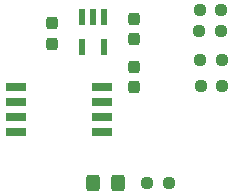
<source format=gbr>
G04 #@! TF.GenerationSoftware,KiCad,Pcbnew,8.0.1*
G04 #@! TF.CreationDate,2025-03-18T21:29:45-06:00*
G04 #@! TF.ProjectId,ColorSensing_Rev3,436f6c6f-7253-4656-9e73-696e675f5265,rev?*
G04 #@! TF.SameCoordinates,Original*
G04 #@! TF.FileFunction,Paste,Top*
G04 #@! TF.FilePolarity,Positive*
%FSLAX46Y46*%
G04 Gerber Fmt 4.6, Leading zero omitted, Abs format (unit mm)*
G04 Created by KiCad (PCBNEW 8.0.1) date 2025-03-18 21:29:45*
%MOMM*%
%LPD*%
G01*
G04 APERTURE LIST*
G04 Aperture macros list*
%AMRoundRect*
0 Rectangle with rounded corners*
0 $1 Rounding radius*
0 $2 $3 $4 $5 $6 $7 $8 $9 X,Y pos of 4 corners*
0 Add a 4 corners polygon primitive as box body*
4,1,4,$2,$3,$4,$5,$6,$7,$8,$9,$2,$3,0*
0 Add four circle primitives for the rounded corners*
1,1,$1+$1,$2,$3*
1,1,$1+$1,$4,$5*
1,1,$1+$1,$6,$7*
1,1,$1+$1,$8,$9*
0 Add four rect primitives between the rounded corners*
20,1,$1+$1,$2,$3,$4,$5,0*
20,1,$1+$1,$4,$5,$6,$7,0*
20,1,$1+$1,$6,$7,$8,$9,0*
20,1,$1+$1,$8,$9,$2,$3,0*%
G04 Aperture macros list end*
%ADD10RoundRect,0.237500X0.250000X0.237500X-0.250000X0.237500X-0.250000X-0.237500X0.250000X-0.237500X0*%
%ADD11RoundRect,0.237500X0.237500X-0.300000X0.237500X0.300000X-0.237500X0.300000X-0.237500X-0.300000X0*%
%ADD12R,0.508000X1.320800*%
%ADD13RoundRect,0.250000X-0.325000X-0.450000X0.325000X-0.450000X0.325000X0.450000X-0.325000X0.450000X0*%
%ADD14R,1.700000X0.650000*%
G04 APERTURE END LIST*
D10*
X136675000Y-80580000D03*
X134850000Y-80580000D03*
D11*
X129350000Y-85300000D03*
X129350000Y-83575000D03*
D10*
X136790000Y-85210000D03*
X134965000Y-85210000D03*
X132290000Y-93450000D03*
X130465000Y-93450000D03*
D12*
X126815850Y-79354200D03*
X125865849Y-79354200D03*
X124915848Y-79354200D03*
X124915848Y-81945000D03*
X126815850Y-81945000D03*
D11*
X122380000Y-81620000D03*
X122380000Y-79895000D03*
X129310000Y-81235000D03*
X129310000Y-79510000D03*
D10*
X136705000Y-78750000D03*
X134880000Y-78750000D03*
D13*
X125900000Y-93430000D03*
X127950000Y-93430000D03*
D10*
X136770000Y-83040000D03*
X134945000Y-83040000D03*
D14*
X119310000Y-85280000D03*
X119310000Y-86550000D03*
X119310000Y-87820000D03*
X119310000Y-89090000D03*
X126610000Y-89090000D03*
X126610000Y-87820000D03*
X126610000Y-86550000D03*
X126610000Y-85280000D03*
M02*

</source>
